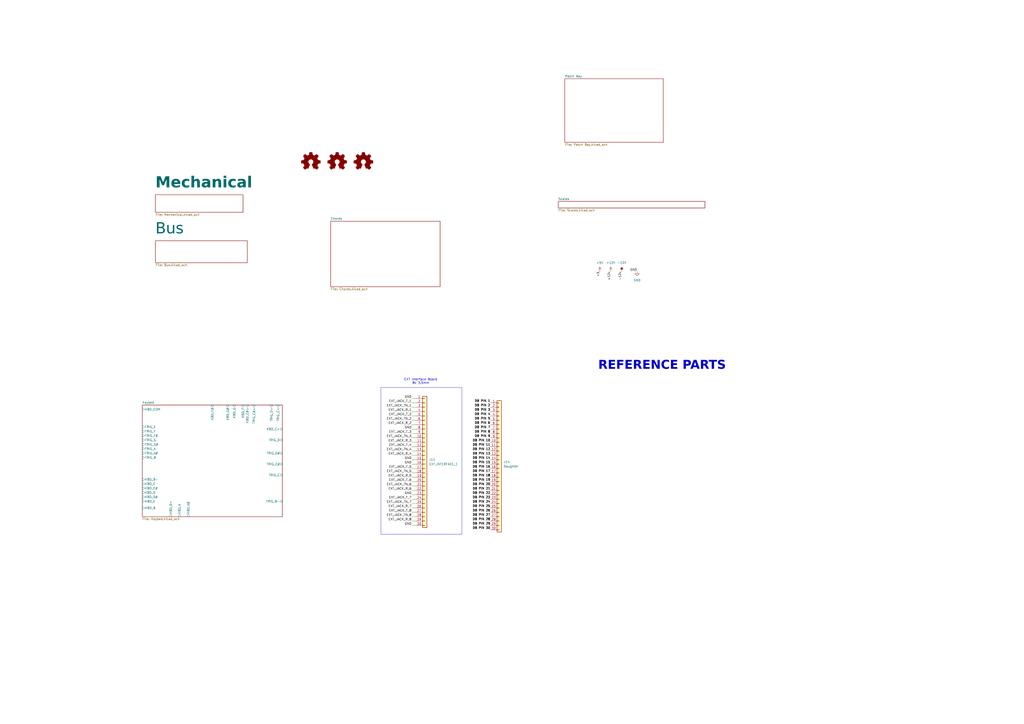
<source format=kicad_sch>
(kicad_sch (version 20231120) (generator "eeschema") (generator_version "8.0")
  (paper "A2")
  (title_block (title "Audio Thing Template") (date "2024-11-13") (rev "1.0") (company "velvia-fifty") (comment 1 "https://github.com/velvia-fifty/AudioThings") (comment 2 "You should have changed this already :)") (comment 4 "Stay humble"))
  (lib_symbols
    (symbol "Connector_Generic:Conn_01x30" (pin_names (offset 1.016) hide)
      (property "Reference" "J" (at 0 38.1 0))
      (property "Value" "Conn_01x30" (at 0 -40.64 0))
      (symbol "Conn_01x30_1_1"
        (rectangle (start -1.27 -37.973) (end 0 -38.227) (stroke (width 0.1524)))
        (rectangle (start -1.27 -35.433) (end 0 -35.687) (stroke (width 0.1524)))
        (rectangle (start -1.27 -32.893) (end 0 -33.147) (stroke (width 0.1524)))
        (rectangle (start -1.27 -30.353) (end 0 -30.607) (stroke (width 0.1524)))
        (rectangle (start -1.27 -27.813) (end 0 -28.067) (stroke (width 0.1524)))
        (rectangle (start -1.27 -25.273) (end 0 -25.527) (stroke (width 0.1524)))
        (rectangle (start -1.27 -22.733) (end 0 -22.987) (stroke (width 0.1524)))
        (rectangle (start -1.27 -20.193) (end 0 -20.447) (stroke (width 0.1524)))
        (rectangle (start -1.27 -17.653) (end 0 -17.907) (stroke (width 0.1524)))
        (rectangle (start -1.27 -15.113) (end 0 -15.367) (stroke (width 0.1524)))
        (rectangle (start -1.27 -12.573) (end 0 -12.827) (stroke (width 0.1524)))
        (rectangle (start -1.27 -10.033) (end 0 -10.287) (stroke (width 0.1524)))
        (rectangle (start -1.27 -7.493) (end 0 -7.747) (stroke (width 0.1524)))
        (rectangle (start -1.27 -4.953) (end 0 -5.207) (stroke (width 0.1524)))
        (rectangle (start -1.27 -2.413) (end 0 -2.667) (stroke (width 0.1524)))
        (rectangle (start -1.27 0.127) (end 0 -0.127) (stroke (width 0.1524)))
        (rectangle (start -1.27 2.667) (end 0 2.413) (stroke (width 0.1524)))
        (rectangle (start -1.27 5.207) (end 0 4.953) (stroke (width 0.1524)))
        (rectangle (start -1.27 7.747) (end 0 7.493) (stroke (width 0.1524)))
        (rectangle (start -1.27 10.287) (end 0 10.033) (stroke (width 0.1524)))
        (rectangle (start -1.27 12.827) (end 0 12.573) (stroke (width 0.1524)))
        (rectangle (start -1.27 15.367) (end 0 15.113) (stroke (width 0.1524)))
        (rectangle (start -1.27 17.907) (end 0 17.653) (stroke (width 0.1524)))
        (rectangle (start -1.27 20.447) (end 0 20.193) (stroke (width 0.1524)))
        (rectangle (start -1.27 22.987) (end 0 22.733) (stroke (width 0.1524)))
        (rectangle (start -1.27 25.527) (end 0 25.273) (stroke (width 0.1524)))
        (rectangle (start -1.27 28.067) (end 0 27.813) (stroke (width 0.1524)))
        (rectangle (start -1.27 30.607) (end 0 30.353) (stroke (width 0.1524)))
        (rectangle (start -1.27 33.147) (end 0 32.893) (stroke (width 0.1524)))
        (rectangle (start -1.27 35.687) (end 0 35.433) (stroke (width 0.1524)))
        (rectangle (start -1.27 36.83) (end 1.27 -39.37) (stroke (width 0.254)) (fill (type background)))
        (pin passive line (at -5.08 35.56 0) (length 3.81) (name "Pin_1") (number "1"))
        (pin passive line (at -5.08 12.7 0) (length 3.81) (name "Pin_10") (number "10"))
        (pin passive line (at -5.08 10.16 0) (length 3.81) (name "Pin_11") (number "11"))
        (pin passive line (at -5.08 7.62 0) (length 3.81) (name "Pin_12") (number "12"))
        (pin passive line (at -5.08 5.08 0) (length 3.81) (name "Pin_13") (number "13"))
        (pin passive line (at -5.08 2.54 0) (length 3.81) (name "Pin_14") (number "14"))
        (pin passive line (at -5.08 0 0) (length 3.81) (name "Pin_15") (number "15"))
        (pin passive line (at -5.08 -2.54 0) (length 3.81) (name "Pin_16") (number "16"))
        (pin passive line (at -5.08 -5.08 0) (length 3.81) (name "Pin_17") (number "17"))
        (pin passive line (at -5.08 -7.62 0) (length 3.81) (name "Pin_18") (number "18"))
        (pin passive line (at -5.08 -10.16 0) (length 3.81) (name "Pin_19") (number "19"))
        (pin passive line (at -5.08 33.02 0) (length 3.81) (name "Pin_2") (number "2"))
        (pin passive line (at -5.08 -12.7 0) (length 3.81) (name "Pin_20") (number "20"))
        (pin passive line (at -5.08 -15.24 0) (length 3.81) (name "Pin_21") (number "21"))
        (pin passive line (at -5.08 -17.78 0) (length 3.81) (name "Pin_22") (number "22"))
        (pin passive line (at -5.08 -20.32 0) (length 3.81) (name "Pin_23") (number "23"))
        (pin passive line (at -5.08 -22.86 0) (length 3.81) (name "Pin_24") (number "24"))
        (pin passive line (at -5.08 -25.4 0) (length 3.81) (name "Pin_25") (number "25"))
        (pin passive line (at -5.08 -27.94 0) (length 3.81) (name "Pin_26") (number "26"))
        (pin passive line (at -5.08 -30.48 0) (length 3.81) (name "Pin_27") (number "27"))
        (pin passive line (at -5.08 -33.02 0) (length 3.81) (name "Pin_28") (number "28"))
        (pin passive line (at -5.08 -35.56 0) (length 3.81) (name "Pin_29") (number "29"))
        (pin passive line (at -5.08 30.48 0) (length 3.81) (name "Pin_3") (number "3"))
        (pin passive line (at -5.08 -38.1 0) (length 3.81) (name "Pin_30") (number "30"))
        (pin passive line (at -5.08 27.94 0) (length 3.81) (name "Pin_4") (number "4"))
        (pin passive line (at -5.08 25.4 0) (length 3.81) (name "Pin_5") (number "5"))
        (pin passive line (at -5.08 22.86 0) (length 3.81) (name "Pin_6") (number "6"))
        (pin passive line (at -5.08 20.32 0) (length 3.81) (name "Pin_7") (number "7"))
        (pin passive line (at -5.08 17.78 0) (length 3.81) (name "Pin_8") (number "8"))
        (pin passive line (at -5.08 15.24 0) (length 3.81) (name "Pin_9") (number "9"))
      )
    )
    (symbol "Graphic:Logo_Open_Hardware_Small" (in_bom no) (on_board no)
      (symbol "Logo_Open_Hardware_Small_0_1"
        (polyline (pts (xy 3.3528 -4.3434) (xy 3.302 -4.318) (xy 3.175 -4.2418) (xy 2.9972 -4.1148) (xy 2.7686 -3.9624) (xy 2.54 -3.81) (xy 2.3622 -3.7084) (xy 2.2352 -3.6068) (xy 2.1844 -3.5814) (xy 2.159 -3.6068) (xy 2.0574 -3.6576) (xy 1.905 -3.7338) (xy 1.8034 -3.7846) (xy 1.6764 -3.8354) (xy 1.6002 -3.8354) (xy 1.6002 -3.8354) (xy 1.5494 -3.7338) (xy 1.4732 -3.5306) (xy 1.3462 -3.302) (xy 1.2446 -3.0226) (xy 1.1176 -2.7178) (xy 0.9652 -2.413) (xy 0.8636 -2.1082) (xy 0.7366 -1.8288) (xy 0.6604 -1.6256) (xy 0.6096 -1.4732) (xy 0.5842 -1.397) (xy 0.5842 -1.397) (xy 0.6604 -1.3208) (xy 0.7874 -1.2446) (xy 1.0414 -1.016) (xy 1.2954 -0.6858) (xy 1.4478 -0.3302) (xy 1.524 0.0762) (xy 1.4732 0.4572) (xy 1.3208 0.8128) (xy 1.0668 1.143) (xy 0.762 1.3716) (xy 0.4064 1.524) (xy 0 1.5748) (xy -0.381 1.5494) (xy -0.7366 1.397) (xy -1.0668 1.143) (xy -1.2192 0.9906) (xy -1.397 0.6604) (xy -1.524 0.3048) (xy -1.524 0.2286) (xy -1.4986 -0.1778) (xy -1.397 -0.5334) (xy -1.1938 -0.8636) (xy -0.9144 -1.143) (xy -0.8636 -1.1684) (xy -0.7366 -1.27) (xy -0.635 -1.3462) (xy -0.5842 -1.397) (xy -1.0668 -2.5908) (xy -1.143 -2.794) (xy -1.2954 -3.1242) (xy -1.397 -3.4036) (xy -1.4986 -3.6322) (xy -1.5748 -3.7846) (xy -1.6002 -3.8354) (xy -1.6002 -3.8354) (xy -1.651 -3.8354) (xy -1.7272 -3.81) (xy -1.905 -3.7338) (xy -2.0066 -3.683) (xy -2.1336 -3.6068) (xy -2.2098 -3.5814) (xy -2.2606 -3.6068) (xy -2.3622 -3.683) (xy -2.54 -3.81) (xy -2.7686 -3.9624) (xy -2.9718 -4.0894) (xy -3.1496 -4.2164) (xy -3.302 -4.318) (xy -3.3528 -4.3434) (xy -3.3782 -4.3434) (xy -3.429 -4.318) (xy -3.5306 -4.2164) (xy -3.7084 -4.064) (xy -3.937 -3.8354) (xy -3.9624 -3.81) (xy -4.1656 -3.6068) (xy -4.318 -3.4544) (xy -4.4196 -3.3274) (xy -4.445 -3.2766) (xy -4.445 -3.2766) (xy -4.4196 -3.2258) (xy -4.318 -3.0734) (xy -4.2164 -2.8956) (xy -4.064 -2.667) (xy -3.6576 -2.0828) (xy -3.8862 -1.5494) (xy -3.937 -1.3716) (xy -4.0386 -1.1684) (xy -4.0894 -1.0414) (xy -4.1148 -0.9652) (xy -4.191 -0.9398) (xy -4.318 -0.9144) (xy -4.5466 -0.8636) (xy -4.8006 -0.8128) (xy -5.0546 -0.7874) (xy -5.2578 -0.7366) (xy -5.4356 -0.7112) (xy -5.5118 -0.6858) (xy -5.5118 -0.6858) (xy -5.5372 -0.635) (xy -5.5372 -0.5588) (xy -5.5372 -0.4318) (xy -5.5626 -0.2286) (xy -5.5626 0.0762) (xy -5.5626 0.127) (xy -5.5372 0.4064) (xy -5.5372 0.635) (xy -5.5372 0.762) (xy -5.5372 0.8382) (xy -5.5372 0.8382) (xy -5.461 0.8382) (xy -5.3086 0.889) (xy -5.08 0.9144) (xy -4.826 0.9652) (xy -4.8006 0.9906) (xy -4.5466 1.0414) (xy -4.318 1.0668) (xy -4.1656 1.1176) (xy -4.0894 1.143) (xy -4.0894 1.143) (xy -4.0386 1.2446) (xy -3.9624 1.4224) (xy -3.8608 1.6256) (xy -3.7846 1.8288) (xy -3.7084 2.0066) (xy -3.6576 2.159) (xy -3.6322 2.2098) (xy -3.6322 2.2098) (xy -3.683 2.286) (xy -3.7592 2.413) (xy -3.8862 2.5908) (xy -4.064 2.8194) (xy -4.064 2.8448) (xy -4.2164 3.0734) (xy -4.3434 3.2512) (xy -4.4196 3.3782) (xy -4.445 3.4544) (xy -4.445 3.4544) (xy -4.3942 3.5052) (xy -4.2926 3.6322) (xy -4.1148 3.81) (xy -3.937 4.0132) (xy -3.8608 4.064) (xy -3.6576 4.2926) (xy -3.5052 4.4196) (xy -3.4036 4.4958) (xy -3.3528 4.5212) (xy -3.3528 4.5212) (xy -3.302 4.4704) (xy -3.1496 4.3688) (xy -2.9718 4.2418) (xy -2.7432 4.0894) (xy -2.7178 4.0894) (xy -2.4892 3.937) (xy -2.3114 3.81) (xy -2.1844 3.7084) (xy -2.1336 3.683) (xy -2.1082 3.683) (xy -2.032 3.7084) (xy -1.8542 3.7592) (xy -1.6764 3.8354) (xy -1.4732 3.937) (xy -1.27 4.0132) (xy -1.143 4.064) (xy -1.0668 4.1148) (xy -1.0668 4.1148) (xy -1.0414 4.191) (xy -1.016 4.3434) (xy -0.9652 4.572) (xy -0.9144 4.8514) (xy -0.889 4.9022) (xy -0.8382 5.1562) (xy -0.8128 5.3848) (xy -0.7874 5.5372) (xy -0.762 5.588) (xy -0.7112 5.6134) (xy -0.5842 5.6134) (xy -0.4064 5.6134) (xy -0.1524 5.6134) (xy 0.0762 5.6134) (xy 0.3302 5.6134) (xy 0.5334 5.6134) (xy 0.6858 5.588) (xy 0.7366 5.588) (xy 0.7366 5.588) (xy 0.762 5.5118) (xy 0.8128 5.334) (xy 0.8382 5.1054) (xy 0.9144 4.826) (xy 0.9144 4.7752) (xy 0.9652 4.5212) (xy 1.016 4.2926) (xy 1.0414 4.1402) (xy 1.0668 4.0894) (xy 1.0668 4.0894) (xy 1.1938 4.0386) (xy 1.3716 3.9624) (xy 1.5748 3.8608) (xy 2.0828 3.6576) (xy 2.7178 4.0894) (xy 2.7686 4.1402) (xy 2.9972 4.2926) (xy 3.175 4.4196) (xy 3.302 4.4958) (xy 3.3782 4.5212) (xy 3.3782 4.5212) (xy 3.429 4.4704) (xy 3.556 4.3434) (xy 3.7338 4.191) (xy 3.9116 3.9878) (xy 4.064 3.8354) (xy 4.2418 3.6576) (xy 4.3434 3.556) (xy 4.4196 3.4798) (xy 4.4196 3.429) (xy 4.4196 3.4036) (xy 4.3942 3.3274) (xy 4.2926 3.2004) (xy 4.1656 2.9972) (xy 4.0132 2.794) (xy 3.8862 2.5908) (xy 3.7592 2.3876) (xy 3.6576 2.2352) (xy 3.6322 2.159) (xy 3.6322 2.1336) (xy 3.683 2.0066) (xy 3.7592 1.8288) (xy 3.8608 1.6002) (xy 4.064 1.1176) (xy 4.3942 1.0414) (xy 4.5974 1.016) (xy 4.8768 0.9652) (xy 5.1308 0.9144) (xy 5.5372 0.8382) (xy 5.5626 -0.6604) (xy 5.4864 -0.6858) (xy 5.4356 -0.6858) (xy 5.2832 -0.7366) (xy 5.0546 -0.762) (xy 4.8006 -0.8128) (xy 4.5974 -0.8636) (xy 4.3688 -0.9144) (xy 4.2164 -0.9398) (xy 4.1402 -0.9398) (xy 4.1148 -0.9652) (xy 4.064 -1.0668) (xy 3.9878 -1.2446) (xy 3.9116 -1.4478) (xy 3.81 -1.651) (xy 3.7338 -1.8542) (xy 3.683 -2.0066) (xy 3.6576 -2.0828) (xy 3.683 -2.1336) (xy 3.7846 -2.2606) (xy 3.8862 -2.4638) (xy 4.0386 -2.667) (xy 4.191 -2.8956) (xy 4.318 -3.0734) (xy 4.3942 -3.2004) (xy 4.445 -3.2766) (xy 4.4196 -3.3274) (xy 4.3434 -3.429) (xy 4.1656 -3.5814) (xy 3.937 -3.8354) (xy 3.8862 -3.8608) (xy 3.683 -4.064) (xy 3.5306 -4.2164) (xy 3.4036 -4.318) (xy 3.3528 -4.3434)) (fill (type outline)))
      )
    )
    (symbol "power:+12V" (power) (pin_numbers hide) (pin_names (offset 0) hide)
      (property "Value" "+12V" (at 0 3.556 0))
      (symbol "+12V_0_1"
        (polyline (pts (xy -0.762 1.27) (xy 0 2.54)))
        (polyline (pts (xy 0 0) (xy 0 2.54)))
        (polyline (pts (xy 0 2.54) (xy 0.762 1.27)))
      )
      (symbol "+12V_1_1"
        (pin power_in line (at 0 0 90) (length 0) (name "~") (number "1"))
      )
    )
    (symbol "power:+5V" (power) (pin_numbers hide) (pin_names (offset 0) hide)
      (property "Value" "+5V" (at 0 3.556 0))
      (symbol "+5V_0_1"
        (polyline (pts (xy -0.762 1.27) (xy 0 2.54)))
        (polyline (pts (xy 0 0) (xy 0 2.54)))
        (polyline (pts (xy 0 2.54) (xy 0.762 1.27)))
      )
      (symbol "+5V_1_1"
        (pin power_in line (at 0 0 90) (length 0) (name "~") (number "1"))
      )
    )
    (symbol "power:-12V" (power) (pin_numbers hide) (pin_names (offset 0) hide)
      (property "Value" "-12V" (at 0 3.556 0))
      (symbol "-12V_0_0"
        (pin power_in line (at 0 0 90) (length 0) (name "~") (number "1"))
      )
      (symbol "-12V_0_1"
        (polyline (pts (xy 0 0) (xy 0 1.27) (xy 0.762 1.27) (xy 0 2.54) (xy -0.762 1.27) (xy 0 1.27)) (fill (type outline)))
      )
    )
    (symbol "power:GND" (power) (pin_numbers hide) (pin_names (offset 0) hide)
      (property "Value" "GND" (at 0 -3.81 0))
      (symbol "GND_0_1"
        (polyline (pts (xy 0 0) (xy 0 -1.27) (xy 1.27 -1.27) (xy 0 -2.54) (xy -1.27 -1.27) (xy 0 -1.27)))
      )
      (symbol "GND_1_1"
        (pin power_in line (at 0 0 270) (length 0) (name "~") (number "1"))
      )
    )
  )
  (wire (pts (xy 241.3 284.48) (xy 238.76 284.48)))
  (wire (pts (xy 241.3 261.62) (xy 238.76 261.62)))
  (wire (pts (xy 241.3 289.56) (xy 238.76 289.56)))
  (wire (pts (xy 241.3 271.78) (xy 238.76 271.78)))
  (wire (pts (xy 241.3 231.14) (xy 238.76 231.14)))
  (wire (pts (xy 241.3 233.68) (xy 238.76 233.68)))
  (wire (pts (xy 241.3 251.46) (xy 238.76 251.46)))
  (wire (pts (xy 241.3 266.7) (xy 238.76 266.7)))
  (wire (pts (xy 241.3 256.54) (xy 238.76 256.54)))
  (wire (pts (xy 241.3 238.76) (xy 238.76 238.76)))
  (wire (pts (xy 241.3 254) (xy 238.76 254)))
  (wire (pts (xy 241.3 259.08) (xy 238.76 259.08)))
  (wire (pts (xy 241.3 248.92) (xy 238.76 248.92)))
  (wire (pts (xy 241.3 241.3) (xy 238.76 241.3)))
  (wire (pts (xy 241.3 236.22) (xy 238.76 236.22)))
  (wire (pts (xy 241.3 264.16) (xy 238.76 264.16)))
  (wire (pts (xy 241.3 304.8) (xy 238.76 304.8)))
  (wire (pts (xy 241.3 281.94) (xy 238.76 281.94)))
  (wire (pts (xy 241.3 279.4) (xy 238.76 279.4)))
  (wire (pts (xy 241.3 274.32) (xy 238.76 274.32)))
  (wire (pts (xy 241.3 243.84) (xy 238.76 243.84)))
  (wire (pts (xy 241.3 297.18) (xy 238.76 297.18)))
  (wire (pts (xy 241.3 269.24) (xy 238.76 269.24)))
  (wire (pts (xy 241.3 299.72) (xy 238.76 299.72)))
  (wire (pts (xy 241.3 302.26) (xy 238.76 302.26)))
  (wire (pts (xy 241.3 294.64) (xy 238.76 294.64)))
  (wire (pts (xy 241.3 276.86) (xy 238.76 276.86)))
  (wire (pts (xy 241.3 246.38) (xy 238.76 246.38)))
  (wire (pts (xy 241.3 287.02) (xy 238.76 287.02)))
  (wire (pts (xy 241.3 292.1) (xy 238.76 292.1)))
  (rectangle (start 220.98 224.79) (end 267.97 309.88))
  (text "REFERENCE PARTS" (at 384.048 213.36 0) (effects (font (size 5.08 5.08) (thickness 1.016) (bold yes))))
  (text "EXT Interface Board\n8x 3.5mm" (at 244.094 221.234 0) (effects (font (size 1.27 1.27))))
  (label "+5" (at 347.98 157.48 270))
  (label "EXT_JACK_TN_1" (at 238.76 236.22 180))
  (label "GND" (at 238.76 266.7 180))
  (label "EXT_JACK_T_4" (at 238.76 259.08 180))
  (label "GND" (at 238.76 231.14 180))
  (label "DB PIN 8" (at 284.48 251.46 180) (effects (font (thickness 0.254) (bold yes))))
  (label "DB PIN 28" (at 284.48 302.26 180) (effects (font (thickness 0.254) (bold yes))))
  (label "DB PIN 20" (at 284.48 281.94 180) (effects (font (thickness 0.254) (bold yes))))
  (label "DB PIN 11" (at 284.48 259.08 180) (effects (font (thickness 0.254) (bold yes))))
  (label "EXT_JACK_T_3" (at 238.76 251.46 180))
  (label "GND" (at 238.76 248.92 180))
  (label "EXT_JACK_TN_4" (at 238.76 261.62 180))
  (label "DB PIN 14" (at 284.48 266.7 180) (effects (font (thickness 0.254) (bold yes))))
  (label "DB PIN 24" (at 284.48 292.1 180) (effects (font (thickness 0.254) (bold yes))))
  (label "EXT_JACK_R_3" (at 238.76 256.54 180))
  (label "DB PIN 3" (at 284.48 238.76 180) (effects (font (thickness 0.254) (bold yes))))
  (label "DB PIN 13" (at 284.48 264.16 180) (effects (font (thickness 0.254) (bold yes))))
  (label "-12v" (at 360.68 157.48 270))
  (label "DB PIN 18" (at 284.48 276.86 180) (effects (font (thickness 0.254) (bold yes))))
  (label "EXT_JACK_R_2" (at 238.76 246.38 180))
  (label "EXT_JACK_R_8" (at 238.76 302.26 180))
  (label "GND" (at 369.57 157.48 180))
  (label "EXT_JACK_T_2" (at 238.76 241.3 180))
  (label "GND" (at 238.76 287.02 180))
  (label "EXT_JACK_T_5" (at 238.76 271.78 180))
  (label "EXT_JACK_TN_7" (at 238.76 292.1 180))
  (label "DB PIN 10" (at 284.48 256.54 180) (effects (font (thickness 0.254) (bold yes))))
  (label "DB PIN 30" (at 284.48 307.34 180) (effects (font (thickness 0.254) (bold yes))))
  (label "EXT_JACK_TN_5" (at 238.76 274.32 180))
  (label "EXT_JACK_TN_2" (at 238.76 243.84 180))
  (label "EXT_JACK_TN_8" (at 238.76 299.72 180))
  (label "EXT_JACK_R_7" (at 238.76 294.64 180))
  (label "DB PIN 7" (at 284.48 248.92 180) (effects (font (thickness 0.254) (bold yes))))
  (label "DB PIN 9" (at 284.48 254 180) (effects (font (thickness 0.254) (bold yes))))
  (label "EXT_JACK_R_4" (at 238.76 264.16 180))
  (label "DB PIN 1" (at 284.48 233.68 180) (effects (font (thickness 0.254) (bold yes))))
  (label "DB PIN 2" (at 284.48 236.22 180) (effects (font (thickness 0.254) (bold yes))))
  (label "GND" (at 238.76 269.24 180))
  (label "GND" (at 238.76 304.8 180))
  (label "DB PIN 15" (at 284.48 269.24 180) (effects (font (thickness 0.254) (bold yes))))
  (label "DB PIN 19" (at 284.48 279.4 180) (effects (font (thickness 0.254) (bold yes))))
  (label "EXT_JACK_TN_6" (at 238.76 281.94 180))
  (label "DB PIN 21" (at 284.48 284.48 180) (effects (font (thickness 0.254) (bold yes))))
  (label "DB PIN 4" (at 284.48 241.3 180) (effects (font (thickness 0.254) (bold yes))))
  (label "DB PIN 25" (at 284.48 294.64 180) (effects (font (thickness 0.254) (bold yes))))
  (label "DB PIN 12" (at 284.48 261.62 180) (effects (font (thickness 0.254) (bold yes))))
  (label "DB PIN 29" (at 284.48 304.8 180) (effects (font (thickness 0.254) (bold yes))))
  (label "DB PIN 22" (at 284.48 287.02 180) (effects (font (thickness 0.254) (bold yes))))
  (label "EXT_JACK_R_1" (at 238.76 238.76 180))
  (label "EXT_JACK_R_6" (at 238.76 284.48 180))
  (label "EXT_JACK_T_6" (at 238.76 279.4 180))
  (label "DB PIN 6" (at 284.48 246.38 180) (effects (font (thickness 0.254) (bold yes))))
  (label "EXT_JACK_TN_3" (at 238.76 254 180))
  (label "+12v" (at 354.33 157.48 270))
  (label "DB PIN 16" (at 284.48 271.78 180) (effects (font (thickness 0.254) (bold yes))))
  (label "DB PIN 23" (at 284.48 289.56 180) (effects (font (thickness 0.254) (bold yes))))
  (label "EXT_JACK_T_8" (at 238.76 297.18 180))
  (label "EXT_JACK_T_1" (at 238.76 233.68 180))
  (label "EXT_JACK_R_5" (at 238.76 276.86 180))
  (label "DB PIN 5" (at 284.48 243.84 180) (effects (font (thickness 0.254) (bold yes))))
  (label "DB PIN 17" (at 284.48 274.32 180) (effects (font (thickness 0.254) (bold yes))))
  (label "DB PIN 27" (at 284.48 299.72 180) (effects (font (thickness 0.254) (bold yes))))
  (label "EXT_JACK_T_7" (at 238.76 289.56 180))
  (label "DB PIN 26" (at 284.48 297.18 180) (effects (font (thickness 0.254) (bold yes))))
  (symbol (lib_id "power:-12V") (at 360.68 157.48 0) (unit 1)
    (property "Reference" "#PWR023" (effects (hide yes)))
    (property "Value" "-12V" (at 360.68 152.4 0))
    (property "Description" "Power symbol creates a global label with name \"-12V\"" (effects (hide yes)))
  )
  (symbol (lib_id "Graphic:Logo_Open_Hardware_Small") (at 210.82 93.98 0) (unit 1) (exclude_from_sim yes) (in_bom no) (on_board no)
    (property "Reference" "#SYM3" (effects (hide yes)))
    (property "Value" "CC" (effects (hide yes)))
    (property "Footprint" "Symbol:Symbol_CreativeCommons_SilkScreenTop_Type2_Big" (effects (hide yes)))
    (property "Description" "CC" (effects (hide yes)))
  )
  (symbol (lib_id "power:+5V") (at 347.98 157.48 0) (unit 1)
    (property "Reference" "#PWR021" (effects (hide yes)))
    (property "Value" "+5V" (at 347.98 152.4 0))
    (property "Description" "Power symbol creates a global label with name \"+5V\"" (effects (hide yes)))
  )
  (symbol (lib_id "Connector_Generic:Conn_01x30") (at 289.56 269.24 0) (unit 1) (on_board no)
    (property "Reference" "J14" (at 292.1 267.9699 0) (effects (justify left)))
    (property "Value" "Daughter" (at 292.1 270.5099 0) (effects (justify left)))
    (property "Footprint" "AT-Footprints:AMPHENOL_SFV30R-4STE1HLF - FFC - 30 RA" (effects (hide yes)))
    (property "Description" "Generic connector, single row, 01x30, script generated (kicad-library-utils/schlib/autogen/connector/)" (effects (hide yes)))
  )
  (symbol (lib_id "power:GND") (at 369.57 157.48 0) (unit 1)
    (property "Reference" "#PWR024" (effects (hide yes)))
    (property "Value" "GND" (at 369.57 162.56 0))
    (property "Description" "Power symbol creates a global label with name \"GND\" , ground" (effects (hide yes)))
  )
  (symbol (lib_id "power:+12V") (at 354.33 157.48 0) (unit 1)
    (property "Reference" "#PWR022" (effects (hide yes)))
    (property "Value" "+12V" (at 354.33 152.4 0))
    (property "Description" "Power symbol creates a global label with name \"+12V\"" (effects (hide yes)))
  )
  (symbol (lib_id "Graphic:Logo_Open_Hardware_Small") (at 195.58 93.98 0) (unit 1) (exclude_from_sim yes) (in_bom no) (on_board no)
    (property "Reference" "#SYM2" (effects (hide yes)))
    (property "Value" "Logo Kicad" (effects (hide yes)))
    (property "Footprint" "Symbol:KiCad-Logo2_5mm_SilkScreen" (effects (hide yes)))
    (property "Description" "Logo Kicadx" (effects (hide yes)))
  )
  (symbol (lib_id "Graphic:Logo_Open_Hardware_Small") (at 180.34 93.98 0) (unit 1) (exclude_from_sim yes) (in_bom no)
    (property "Reference" "#SYM1" (effects (hide yes)))
    (property "Value" "Logo_Open_Hardware_Small" (effects (hide yes)))
    (property "Footprint" "Symbol:OSHW-Logo2_7.3x6mm_SilkScreen" (effects (hide yes)))
    (property "Description" "Open Hardware logo, small" (effects (hide yes)))
  )
  (symbol (lib_id "Connector_Generic:Conn_01x30") (at 246.38 266.7 0) (unit 1) (on_board no)
    (property "Reference" "J11" (at 248.92 266.6999 0) (effects (justify left)))
    (property "Value" "EXT_INTERFACE_1" (at 248.92 269.2399 0) (effects (justify left)))
    (property "Footprint" "AT-Footprints:AMPHENOL_SFV30R-4STE1HLF - FFC - 30 RA" (effects (hide yes)))
    (property "Description" "Generic connector, single row, 01x30, script generated (kicad-library-utils/schlib/autogen/connector/)" (effects (hide yes)))
  )
  (sheet (at 191.77 128.27) (size 63.5 38.1) (stroke (width 0.1524))
    (property "Sheetname" "Chords" (at 191.77 127.5584 0) (effects (justify left bottom)))
    (property "Sheetfile" "Chords.kicad_sch" (at 191.77 166.9546 0) (effects (justify left top)))
  )
  (sheet (at 82.55 234.95) (size 81.28 64.77) (stroke (width 0.1524))
    (property "Sheetname" "Keybed" (at 82.55 234.2384 0) (effects (justify left bottom)))
    (property "Sheetfile" "Keybed.kicad_sch" (at 82.55 300.3046 0) (effects (justify left top)))
    (pin "KBD_E" input (at 82.55 290.83 180))
    (pin "KBD_COM" input (at 82.55 237.49 180))
    (pin "KBD_D#" input (at 82.55 288.29 180))
    (pin "KBD_D" input (at 82.55 285.75 180))
    (pin "KBD_C#" input (at 82.55 283.21 180))
    (pin "TRIG_A#" input (at 82.55 262.89 180))
    (pin "TRIG_B" input (at 82.55 265.43 180))
    (pin "KBD_B" input (at 82.55 294.64 180))
    (pin "KBD_A" input (at 104.14 299.72 270))
    (pin "TRIG_A" input (at 82.55 260.35 180))
    (pin "TRIG_G#" input (at 82.55 257.81 180))
    (pin "KBD_A#" input (at 109.22 299.72 270))
    (pin "TRIG_F#" input (at 82.55 252.73 180))
    (pin "TRIG_E" input (at 82.55 247.65 180))
    (pin "TRIG_G" input (at 82.55 255.27 180))
    (pin "TRIG_F" input (at 82.55 250.19 180))
    (pin "KBD_F#" input (at 123.19 234.95 90))
    (pin "KBD_G#" input (at 132.08 234.95 90))
    (pin "KBD_G" input (at 135.89 234.95 90))
    (pin "KBD_F" input (at 140.97 234.95 90))
    (pin "KBD_C#+" input (at 143.51 234.95 90))
    (pin "TRIG_C#+" input (at 147.32 234.95 90))
    (pin "KBD_D+" input (at 99.06 299.72 270))
    (pin "TRIG_D+" input (at 157.48 234.95 90))
    (pin "TRIG_C+" input (at 161.29 234.95 90))
    (pin "KBD_C+" input (at 163.83 248.92 0))
    (pin "TRIG_D" input (at 163.83 255.27 0))
    (pin "TRIG_D#" input (at 163.83 262.89 0))
    (pin "TRIG_C#" input (at 163.83 269.24 0))
    (pin "TRIG_C" input (at 163.83 275.59 0))
    (pin "KBD_C" input (at 82.55 280.67 180))
    (pin "TRIG_B-" input (at 163.83 290.83 0))
    (pin "KBD_B-" input (at 82.55 278.13 180))
  )
  (sheet (at 327.66 45.72) (size 57.15 36.83) (stroke (width 0.1524))
    (property "Sheetname" "Patch Bay" (at 327.66 45.0084 0) (effects (justify left bottom)))
    (property "Sheetfile" "Patch Bay.kicad_sch" (at 327.66 83.1346 0) (effects (justify left top)))
  )
  (sheet (at 323.85 116.84) (size 85.09 3.81) (stroke (width 0.1524))
    (property "Sheetname" "Scales" (at 323.85 116.1284 0) (effects (justify left bottom)))
    (property "Sheetfile" "Scales.kicad_sch" (at 323.85 121.2346 0) (effects (justify left top)))
  )
  (sheet (at 90.17 113.03) (size 50.8 10.16) (stroke (width 0.1524))
    (property "Sheetname" "Mechanical" (at 90.17 109.7784 0) (effects (font (size 6.35 6.35) (thickness 1.27) (bold yes)) (justify left bottom)))
    (property "Sheetfile" "Mechanical.kicad_sch" (at 90.17 123.7746 0) (effects (justify left top)))
  )
  (sheet (at 90.17 139.7) (size 53.34 12.7) (stroke (width 0.1524))
    (property "Sheetname" "Bus" (at 90.17 136.4484 0) (effects (font (size 6.35 6.35)) (justify left bottom)))
    (property "Sheetfile" "Bus.kicad_sch" (at 90.17 152.9846 0) (effects (justify left top)))
  )
)
</source>
